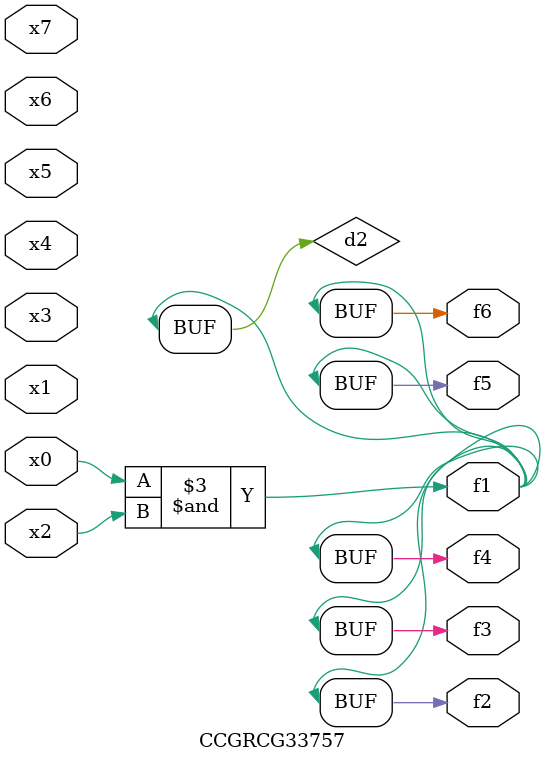
<source format=v>
module CCGRCG33757(
	input x0, x1, x2, x3, x4, x5, x6, x7,
	output f1, f2, f3, f4, f5, f6
);

	wire d1, d2;

	nor (d1, x3, x6);
	and (d2, x0, x2);
	assign f1 = d2;
	assign f2 = d2;
	assign f3 = d2;
	assign f4 = d2;
	assign f5 = d2;
	assign f6 = d2;
endmodule

</source>
